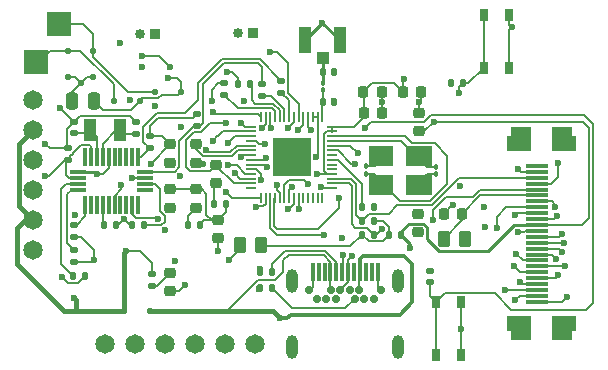
<source format=gbr>
%TF.GenerationSoftware,KiCad,Pcbnew,8.0.8*%
%TF.CreationDate,2025-02-18T00:27:09-08:00*%
%TF.ProjectId,OuterBoard_rev3.1,4f757465-7242-46f6-9172-645f72657633,rev?*%
%TF.SameCoordinates,Original*%
%TF.FileFunction,Copper,L1,Top*%
%TF.FilePolarity,Positive*%
%FSLAX46Y46*%
G04 Gerber Fmt 4.6, Leading zero omitted, Abs format (unit mm)*
G04 Created by KiCad (PCBNEW 8.0.8) date 2025-02-18 00:27:09*
%MOMM*%
%LPD*%
G01*
G04 APERTURE LIST*
G04 Aperture macros list*
%AMRoundRect*
0 Rectangle with rounded corners*
0 $1 Rounding radius*
0 $2 $3 $4 $5 $6 $7 $8 $9 X,Y pos of 4 corners*
0 Add a 4 corners polygon primitive as box body*
4,1,4,$2,$3,$4,$5,$6,$7,$8,$9,$2,$3,0*
0 Add four circle primitives for the rounded corners*
1,1,$1+$1,$2,$3*
1,1,$1+$1,$4,$5*
1,1,$1+$1,$6,$7*
1,1,$1+$1,$8,$9*
0 Add four rect primitives between the rounded corners*
20,1,$1+$1,$2,$3,$4,$5,0*
20,1,$1+$1,$4,$5,$6,$7,0*
20,1,$1+$1,$6,$7,$8,$9,0*
20,1,$1+$1,$8,$9,$2,$3,0*%
%AMFreePoly0*
4,1,17,1.053536,0.803536,1.055000,0.800000,1.055000,-1.150000,1.053536,-1.153536,1.050000,-1.155000,-0.250000,-1.155000,-0.253536,-1.153536,-0.255000,-1.150000,-0.255000,-0.805000,-1.050000,-0.805000,-1.053536,-0.803536,-1.055000,-0.800000,-1.055000,0.800000,-1.053536,0.803536,-1.050000,0.805000,1.050000,0.805000,1.053536,0.803536,1.053536,0.803536,$1*%
%AMFreePoly1*
4,1,17,1.053536,0.803536,1.055000,0.800000,1.055000,-0.800000,1.053536,-0.803536,1.050000,-0.805000,0.255000,-0.805000,0.255000,-1.150000,0.253536,-1.153536,0.250000,-1.155000,-1.050000,-1.155000,-1.053536,-1.153536,-1.055000,-1.150000,-1.055000,0.800000,-1.053536,0.803536,-1.050000,0.805000,1.050000,0.805000,1.053536,0.803536,1.053536,0.803536,$1*%
G04 Aperture macros list end*
%TA.AperFunction,SMDPad,CuDef*%
%ADD10RoundRect,0.225000X-0.225000X-0.250000X0.225000X-0.250000X0.225000X0.250000X-0.225000X0.250000X0*%
%TD*%
%TA.AperFunction,ComponentPad*%
%ADD11C,1.650000*%
%TD*%
%TA.AperFunction,SMDPad,CuDef*%
%ADD12RoundRect,0.100000X0.100000X-0.130000X0.100000X0.130000X-0.100000X0.130000X-0.100000X-0.130000X0*%
%TD*%
%TA.AperFunction,SMDPad,CuDef*%
%ADD13RoundRect,0.140000X-0.170000X0.140000X-0.170000X-0.140000X0.170000X-0.140000X0.170000X0.140000X0*%
%TD*%
%TA.AperFunction,SMDPad,CuDef*%
%ADD14RoundRect,0.225000X0.250000X-0.225000X0.250000X0.225000X-0.250000X0.225000X-0.250000X-0.225000X0*%
%TD*%
%TA.AperFunction,SMDPad,CuDef*%
%ADD15RoundRect,0.140000X0.170000X-0.140000X0.170000X0.140000X-0.170000X0.140000X-0.170000X-0.140000X0*%
%TD*%
%TA.AperFunction,SMDPad,CuDef*%
%ADD16RoundRect,0.225000X-0.250000X0.225000X-0.250000X-0.225000X0.250000X-0.225000X0.250000X0.225000X0*%
%TD*%
%TA.AperFunction,SMDPad,CuDef*%
%ADD17R,1.050000X2.200000*%
%TD*%
%TA.AperFunction,SMDPad,CuDef*%
%ADD18R,1.050000X1.000000*%
%TD*%
%TA.AperFunction,SMDPad,CuDef*%
%ADD19R,0.350000X1.620000*%
%TD*%
%TA.AperFunction,ComponentPad*%
%ADD20C,0.700000*%
%TD*%
%TA.AperFunction,ComponentPad*%
%ADD21O,1.000000X2.000000*%
%TD*%
%TA.AperFunction,SMDPad,CuDef*%
%ADD22RoundRect,0.135000X0.135000X0.185000X-0.135000X0.185000X-0.135000X-0.185000X0.135000X-0.185000X0*%
%TD*%
%TA.AperFunction,SMDPad,CuDef*%
%ADD23RoundRect,0.218750X0.256250X-0.218750X0.256250X0.218750X-0.256250X0.218750X-0.256250X-0.218750X0*%
%TD*%
%TA.AperFunction,SMDPad,CuDef*%
%ADD24RoundRect,0.135000X-0.135000X-0.185000X0.135000X-0.185000X0.135000X0.185000X-0.135000X0.185000X0*%
%TD*%
%TA.AperFunction,SMDPad,CuDef*%
%ADD25R,1.968000X0.312000*%
%TD*%
%TA.AperFunction,SMDPad,CuDef*%
%ADD26R,1.968000X0.300000*%
%TD*%
%TA.AperFunction,SMDPad,CuDef*%
%ADD27FreePoly0,270.000000*%
%TD*%
%TA.AperFunction,SMDPad,CuDef*%
%ADD28FreePoly0,90.000000*%
%TD*%
%TA.AperFunction,SMDPad,CuDef*%
%ADD29FreePoly1,90.000000*%
%TD*%
%TA.AperFunction,SMDPad,CuDef*%
%ADD30FreePoly1,270.000000*%
%TD*%
%TA.AperFunction,SMDPad,CuDef*%
%ADD31RoundRect,0.100000X-0.100000X0.130000X-0.100000X-0.130000X0.100000X-0.130000X0.100000X0.130000X0*%
%TD*%
%TA.AperFunction,SMDPad,CuDef*%
%ADD32RoundRect,0.125000X-0.125000X0.125000X-0.125000X-0.125000X0.125000X-0.125000X0.125000X0.125000X0*%
%TD*%
%TA.AperFunction,SMDPad,CuDef*%
%ADD33RoundRect,0.135000X0.185000X-0.135000X0.185000X0.135000X-0.185000X0.135000X-0.185000X-0.135000X0*%
%TD*%
%TA.AperFunction,SMDPad,CuDef*%
%ADD34RoundRect,0.125000X0.125000X0.125000X-0.125000X0.125000X-0.125000X-0.125000X0.125000X-0.125000X0*%
%TD*%
%TA.AperFunction,SMDPad,CuDef*%
%ADD35RoundRect,0.218750X-0.256250X0.218750X-0.256250X-0.218750X0.256250X-0.218750X0.256250X0.218750X0*%
%TD*%
%TA.AperFunction,SMDPad,CuDef*%
%ADD36RoundRect,0.250000X0.262500X0.450000X-0.262500X0.450000X-0.262500X-0.450000X0.262500X-0.450000X0*%
%TD*%
%TA.AperFunction,SMDPad,CuDef*%
%ADD37RoundRect,0.140000X-0.140000X-0.170000X0.140000X-0.170000X0.140000X0.170000X-0.140000X0.170000X0*%
%TD*%
%TA.AperFunction,ComponentPad*%
%ADD38R,2.000000X2.000000*%
%TD*%
%TA.AperFunction,ComponentPad*%
%ADD39R,0.850000X0.850000*%
%TD*%
%TA.AperFunction,ComponentPad*%
%ADD40C,0.850000*%
%TD*%
%TA.AperFunction,SMDPad,CuDef*%
%ADD41RoundRect,0.140000X0.140000X0.170000X-0.140000X0.170000X-0.140000X-0.170000X0.140000X-0.170000X0*%
%TD*%
%TA.AperFunction,SMDPad,CuDef*%
%ADD42R,0.300000X1.494000*%
%TD*%
%TA.AperFunction,SMDPad,CuDef*%
%ADD43R,1.456000X0.300000*%
%TD*%
%TA.AperFunction,SMDPad,CuDef*%
%ADD44RoundRect,0.135000X-0.185000X0.135000X-0.185000X-0.135000X0.185000X-0.135000X0.185000X0.135000X0*%
%TD*%
%TA.AperFunction,SMDPad,CuDef*%
%ADD45R,2.294000X1.682000*%
%TD*%
%TA.AperFunction,SMDPad,CuDef*%
%ADD46R,2.040000X1.682000*%
%TD*%
%TA.AperFunction,SMDPad,CuDef*%
%ADD47RoundRect,0.125000X-0.125000X-0.125000X0.125000X-0.125000X0.125000X0.125000X-0.125000X0.125000X0*%
%TD*%
%TA.AperFunction,SMDPad,CuDef*%
%ADD48R,1.100000X1.900000*%
%TD*%
%TA.AperFunction,SMDPad,CuDef*%
%ADD49RoundRect,0.250000X0.250000X0.475000X-0.250000X0.475000X-0.250000X-0.475000X0.250000X-0.475000X0*%
%TD*%
%TA.AperFunction,SMDPad,CuDef*%
%ADD50R,0.711200X0.990600*%
%TD*%
%TA.AperFunction,SMDPad,CuDef*%
%ADD51RoundRect,0.225000X0.225000X0.250000X-0.225000X0.250000X-0.225000X-0.250000X0.225000X-0.250000X0*%
%TD*%
%TA.AperFunction,SMDPad,CuDef*%
%ADD52RoundRect,0.050000X-0.050000X0.387500X-0.050000X-0.387500X0.050000X-0.387500X0.050000X0.387500X0*%
%TD*%
%TA.AperFunction,SMDPad,CuDef*%
%ADD53RoundRect,0.050000X-0.387500X0.050000X-0.387500X-0.050000X0.387500X-0.050000X0.387500X0.050000X0*%
%TD*%
%TA.AperFunction,HeatsinkPad*%
%ADD54R,3.200000X3.200000*%
%TD*%
%TA.AperFunction,ViaPad*%
%ADD55C,0.600000*%
%TD*%
%TA.AperFunction,Conductor*%
%ADD56C,0.200000*%
%TD*%
%TA.AperFunction,Conductor*%
%ADD57C,0.254000*%
%TD*%
%TA.AperFunction,Conductor*%
%ADD58C,0.400000*%
%TD*%
%TA.AperFunction,Conductor*%
%ADD59C,0.300000*%
%TD*%
G04 APERTURE END LIST*
D10*
%TO.P,C32,1*%
%TO.N,+3.3V*%
X137464200Y-82677000D03*
%TO.P,C32,2*%
%TO.N,GND*%
X139014200Y-82677000D03*
%TD*%
D11*
%TO.P,J2,1*%
%TO.N,GPIO45*%
X115620800Y-104013000D03*
%TO.P,J2,2*%
%TO.N,GPIO46*%
X118160800Y-104013000D03*
%TO.P,J2,3*%
%TO.N,IO21{slash}USER_LED*%
X120700800Y-104013000D03*
%TO.P,J2,4*%
%TO.N,D10{slash}A10{slash}MOSI*%
X123240800Y-104013000D03*
%TO.P,J2,5*%
%TO.N,D9{slash}A9{slash}MISO*%
X125780800Y-104013000D03*
%TO.P,J2,6*%
%TO.N,D8{slash}A8{slash}SCK*%
X128320800Y-104013000D03*
%TD*%
D12*
%TO.P,C43,1*%
%TO.N,Net-(U9-XTAL_P)*%
X137693400Y-89626400D03*
%TO.P,C43,2*%
%TO.N,GND*%
X137693400Y-88986400D03*
%TD*%
D13*
%TO.P,R13,1*%
%TO.N,+3.3V*%
X143078200Y-97868800D03*
%TO.P,R13,2*%
%TO.N,CHIP_EN*%
X143078200Y-98828800D03*
%TD*%
D14*
%TO.P,C9,1*%
%TO.N,+2V8*%
X142138400Y-86030400D03*
%TO.P,C9,2*%
%TO.N,GND*%
X142138400Y-84480400D03*
%TD*%
D15*
%TO.P,C31,1*%
%TO.N,Net-(U8-XOUT32)*%
X118217000Y-86230400D03*
%TO.P,C31,2*%
%TO.N,GND*%
X118217000Y-85270400D03*
%TD*%
D16*
%TO.P,C40,1*%
%TO.N,+3.3V*%
X123266200Y-87144600D03*
%TO.P,C40,2*%
%TO.N,GND*%
X123266200Y-88694600D03*
%TD*%
D17*
%TO.P,ANT1,GND1*%
%TO.N,GND*%
X132535000Y-78335000D03*
%TO.P,ANT1,GND2*%
X135485000Y-78335000D03*
D18*
%TO.P,ANT1,SIG*%
%TO.N,Net-(ANT1-PadSIG)*%
X134010000Y-79860000D03*
%TD*%
D16*
%TO.P,C39,1*%
%TO.N,+3.3V*%
X121132600Y-87144600D03*
%TO.P,C39,2*%
%TO.N,GND*%
X121132600Y-88694600D03*
%TD*%
D19*
%TO.P,J42,A1,GND*%
%TO.N,GND*%
X133178400Y-97933000D03*
%TO.P,J42,A2,SSTXP1*%
%TO.N,unconnected-(J42-SSTXP1-PadA2)*%
X133678400Y-97933000D03*
%TO.P,J42,A3,SSTXN1*%
%TO.N,unconnected-(J42-SSTXN1-PadA3)*%
X134178400Y-97933000D03*
%TO.P,J42,A4,VBUS*%
%TO.N,+5V*%
X134678400Y-97933000D03*
%TO.P,J42,A5,CC1*%
%TO.N,Net-(J42-CC1)*%
X135178400Y-97933000D03*
%TO.P,J42,A6,DP1*%
%TO.N,USB_DP*%
X135678400Y-97933000D03*
%TO.P,J42,A7,DN1*%
%TO.N,USB_DN*%
X136178400Y-97933000D03*
%TO.P,J42,A8,SBU1*%
%TO.N,unconnected-(J42-SBU1-PadA8)*%
X136678400Y-97933000D03*
%TO.P,J42,A9,VBUS__1*%
%TO.N,+5V*%
X137178400Y-97933000D03*
%TO.P,J42,A10,SSRXN2*%
%TO.N,unconnected-(J42-SSRXN2-PadA10)*%
X137678400Y-97933000D03*
%TO.P,J42,A11,SSRXP2*%
%TO.N,unconnected-(J42-SSRXP2-PadA11)*%
X138178400Y-97933000D03*
%TO.P,J42,A12,GND__1*%
%TO.N,GND*%
X138678400Y-97933000D03*
D20*
%TO.P,J42,B1,GND__2*%
X138978400Y-99503000D03*
%TO.P,J42,B2,SSTXP2*%
%TO.N,unconnected-(J42-SSTXP2-PadB2)*%
X138328400Y-100203000D03*
%TO.P,J42,B3,SSTXN2*%
%TO.N,unconnected-(J42-SSTXN2-PadB3)*%
X137528400Y-100203000D03*
%TO.P,J42,B4,VBUS__2*%
%TO.N,+5V*%
X137128400Y-99503000D03*
%TO.P,J42,B5,CC2*%
%TO.N,Net-(J42-CC2)*%
X136728400Y-100203000D03*
%TO.P,J42,B6,DP2*%
%TO.N,USB_DP*%
X136328400Y-99503000D03*
%TO.P,J42,B7,DN2*%
%TO.N,USB_DN*%
X135528400Y-99503000D03*
%TO.P,J42,B8,SBU2*%
%TO.N,unconnected-(J42-SBU2-PadB8)*%
X135128400Y-100203000D03*
%TO.P,J42,B9,VBUS__3*%
%TO.N,+5V*%
X134728400Y-99503000D03*
%TO.P,J42,B10,SSRXN1*%
%TO.N,unconnected-(J42-SSRXN1-PadB10)*%
X134328400Y-100203000D03*
%TO.P,J42,B11,SSRXP1*%
%TO.N,unconnected-(J42-SSRXP1-PadB11)*%
X133528400Y-100203000D03*
%TO.P,J42,B12,GND__3*%
%TO.N,GND*%
X132878400Y-99503000D03*
D21*
%TO.P,J42,SH1,SHIELD*%
X131428400Y-98703000D03*
%TO.P,J42,SH2,SHIELD__1*%
X140428400Y-98703000D03*
%TO.P,J42,SH3,SHIELD__2*%
X131428400Y-104303000D03*
%TO.P,J42,SH4,SHIELD__3*%
X140428400Y-104303000D03*
%TD*%
D22*
%TO.P,R21,1*%
%TO.N,Net-(J42-CC2)*%
X129743200Y-99314000D03*
%TO.P,R21,2*%
%TO.N,GND*%
X128723200Y-99314000D03*
%TD*%
D23*
%TO.P,D8,1,K*%
%TO.N,GND*%
X121107200Y-99568100D03*
%TO.P,D8,2,A*%
%TO.N,Net-(D8-A)*%
X121107200Y-97993100D03*
%TD*%
D16*
%TO.P,C37,1*%
%TO.N,+3.3V*%
X125145800Y-93560600D03*
%TO.P,C37,2*%
%TO.N,GND*%
X125145800Y-95110600D03*
%TD*%
D24*
%TO.P,R6,1*%
%TO.N,Net-(R6-Pad1)*%
X139670600Y-94818200D03*
%TO.P,R6,2*%
%TO.N,+2V8*%
X140690600Y-94818200D03*
%TD*%
D25*
%TO.P,J10,1,1*%
%TO.N,unconnected-(J10-Pad1)*%
X152171500Y-88972600D03*
D26*
%TO.P,J10,2,2*%
%TO.N,GND*%
X152171500Y-89466600D03*
%TO.P,J10,3,3*%
%TO.N,MTDO{slash}IO40{slash}CAM_SDA*%
X152171500Y-89966600D03*
%TO.P,J10,4,4*%
%TO.N,Net-(FB1-Pad2)*%
X152171500Y-90466600D03*
%TO.P,J10,5,5*%
%TO.N,MTCK{slash}IO39{slash}CAM_SCL*%
X152171500Y-90966600D03*
%TO.P,J10,6,6*%
%TO.N,CAM_RESET*%
X152171500Y-91466600D03*
%TO.P,J10,7,7*%
%TO.N,IO38{slash}DVP_VSYNC*%
X152171500Y-91966600D03*
%TO.P,J10,8,8*%
%TO.N,Net-(J10-Pad8)*%
X152171500Y-92466600D03*
%TO.P,J10,9,9*%
%TO.N,IO47{slash}DVP_HREF*%
X152171500Y-92966600D03*
%TO.P,J10,10,10*%
%TO.N,+1V8*%
X152171500Y-93466600D03*
%TO.P,J10,11,11*%
%TO.N,+2V8*%
X152171500Y-93966600D03*
%TO.P,J10,12,12*%
%TO.N,IO48{slash}DVP_Y9*%
X152171500Y-94466600D03*
%TO.P,J10,13,13*%
%TO.N,IO10{slash}XMCLK*%
X152171500Y-94966600D03*
%TO.P,J10,14,14*%
%TO.N,IO11{slash}DVP_Y8*%
X152171500Y-95466600D03*
%TO.P,J10,15,15*%
%TO.N,GND*%
X152171500Y-95966600D03*
%TO.P,J10,16,16*%
%TO.N,IO12{slash}DVP_Y7*%
X152171500Y-96466600D03*
%TO.P,J10,17,17*%
%TO.N,IO13{slash}DVP_PCLK*%
X152171500Y-96966600D03*
%TO.P,J10,18,18*%
%TO.N,IO14{slash}DVP_Y6*%
X152171500Y-97466600D03*
%TO.P,J10,19,19*%
%TO.N,IO15{slash}DVP_Y2*%
X152171500Y-97966600D03*
%TO.P,J10,20,20*%
%TO.N,IO16{slash}DVP_Y5*%
X152171500Y-98466600D03*
%TO.P,J10,21,21*%
%TO.N,IO17{slash}DVP_Y3*%
X152171500Y-98966600D03*
%TO.P,J10,22,22*%
%TO.N,IO18{slash}DVP_Y4*%
X152171500Y-99466600D03*
%TO.P,J10,23,23*%
%TO.N,GND*%
X152171500Y-99966600D03*
%TO.P,J10,24,24*%
%TO.N,Net-(D7-K)*%
X152171500Y-100466600D03*
D27*
%TO.P,J10,S1*%
%TO.N,N/C*%
X150787500Y-86716600D03*
D28*
X154298500Y-102717600D03*
D29*
%TO.P,J10,S2*%
X154298500Y-86717600D03*
D30*
X150787500Y-102716600D03*
%TD*%
D31*
%TO.P,C45,1*%
%TO.N,Net-(U9-XTAL_N)*%
X143586200Y-89037200D03*
%TO.P,C45,2*%
%TO.N,GND*%
X143586200Y-89677200D03*
%TD*%
D32*
%TO.P,D2,1,K*%
%TO.N,Net-(D2-K)*%
X114554000Y-79222600D03*
%TO.P,D2,2,A*%
%TO.N,GNDPWR*%
X114554000Y-81422600D03*
%TD*%
D33*
%TO.P,R3,1*%
%TO.N,D3{slash}A3*%
X128879600Y-83009200D03*
%TO.P,R3,2*%
%TO.N,BNO_SCL*%
X128879600Y-81989200D03*
%TD*%
D10*
%TO.P,C42,1*%
%TO.N,+3.3V*%
X137502600Y-84505800D03*
%TO.P,C42,2*%
%TO.N,GND*%
X139052600Y-84505800D03*
%TD*%
D34*
%TO.P,D3,1,K*%
%TO.N,VCC*%
X118516400Y-83464400D03*
%TO.P,D3,2,A*%
%TO.N,Net-(D1-K)*%
X116316400Y-83464400D03*
%TD*%
D33*
%TO.P,R20,1*%
%TO.N,D5{slash}I2C_SCL*%
X125704600Y-82983800D03*
%TO.P,R20,2*%
%TO.N,BNO_RST*%
X125704600Y-81963800D03*
%TD*%
D22*
%TO.P,R7,1*%
%TO.N,Net-(R6-Pad1)*%
X138379200Y-93624400D03*
%TO.P,R7,2*%
%TO.N,MTDO{slash}IO40{slash}CAM_SDA*%
X137359200Y-93624400D03*
%TD*%
%TO.P,R26,1*%
%TO.N,Net-(J42-CC1)*%
X129743200Y-97967800D03*
%TO.P,R26,2*%
%TO.N,GND*%
X128723200Y-97967800D03*
%TD*%
D35*
%TO.P,D9,1,K*%
%TO.N,IO21{slash}USER_LED*%
X124993400Y-88849200D03*
%TO.P,D9,2,A*%
%TO.N,Net-(D9-A)*%
X124993400Y-90424200D03*
%TD*%
D15*
%TO.P,C30,1*%
%TO.N,Net-(U8-XIN32)*%
X112933800Y-86207600D03*
%TO.P,C30,2*%
%TO.N,GND*%
X112933800Y-85247600D03*
%TD*%
D36*
%TO.P,R8,1*%
%TO.N,Net-(R6-Pad1)*%
X128832500Y-95680000D03*
%TO.P,R8,2*%
%TO.N,+3.3V*%
X127007500Y-95680000D03*
%TD*%
D37*
%TO.P,C29,1*%
%TO.N,Net-(U8-CAP)*%
X115521800Y-94005400D03*
%TO.P,C29,2*%
%TO.N,GND*%
X116481800Y-94005400D03*
%TD*%
D38*
%TO.P,TP1,1,1*%
%TO.N,Net-(D1-K)*%
X109728000Y-80137000D03*
%TD*%
D39*
%TO.P,J3,1,1*%
%TO.N,+BATT1*%
X119837200Y-77800200D03*
D40*
%TO.P,J3,2,2*%
%TO.N,GNDPWR*%
X118587200Y-77800200D03*
%TD*%
D41*
%TO.P,C41,1*%
%TO.N,+3.3V*%
X123593800Y-93954600D03*
%TO.P,C41,2*%
%TO.N,GND*%
X122633800Y-93954600D03*
%TD*%
D16*
%TO.P,C36,1*%
%TO.N,+3.3V*%
X121132600Y-90954600D03*
%TO.P,C36,2*%
%TO.N,GND*%
X121132600Y-92504600D03*
%TD*%
D22*
%TO.P,R22,1*%
%TO.N,+3.3V*%
X113893600Y-98272600D03*
%TO.P,R22,2*%
%TO.N,Net-(U8-NBOOT_LOAD_PIN)*%
X112873600Y-98272600D03*
%TD*%
D24*
%TO.P,R31,1*%
%TO.N,Net-(U9-U0TXD)*%
X137361200Y-92456000D03*
%TO.P,R31,2*%
%TO.N,TX_D6*%
X138381200Y-92456000D03*
%TD*%
D14*
%TO.P,C18,1*%
%TO.N,+3.3V*%
X142087600Y-94577200D03*
%TO.P,C18,2*%
%TO.N,GND*%
X142087600Y-93027200D03*
%TD*%
D24*
%TO.P,R9,1*%
%TO.N,Net-(R6-Pad1)*%
X137361200Y-94792800D03*
%TO.P,R9,2*%
%TO.N,MTCK{slash}IO39{slash}CAM_SCL*%
X138381200Y-94792800D03*
%TD*%
D36*
%TO.P,R10,1*%
%TO.N,+3.3V*%
X146098900Y-95123000D03*
%TO.P,R10,2*%
%TO.N,CAM_RESET*%
X144273900Y-95123000D03*
%TD*%
D39*
%TO.P,J4,1,1*%
%TO.N,+BATT2*%
X128117600Y-77749400D03*
D40*
%TO.P,J4,2,2*%
%TO.N,GNDPWR*%
X126867600Y-77749400D03*
%TD*%
D37*
%TO.P,R14,1*%
%TO.N,+3.3V*%
X144909600Y-81965800D03*
%TO.P,R14,2*%
%TO.N,GPIO0*%
X145869600Y-81965800D03*
%TD*%
D38*
%TO.P,TP2,1,1*%
%TO.N,Net-(D2-K)*%
X111683800Y-76962000D03*
%TD*%
D22*
%TO.P,R18,1*%
%TO.N,Net-(U8-COM3)*%
X118924800Y-94005400D03*
%TO.P,R18,2*%
%TO.N,GND*%
X117904800Y-94005400D03*
%TD*%
D42*
%TO.P,U8,1*%
%TO.N,N/C*%
X113900200Y-88184200D03*
D43*
%TO.P,U8,2,GND*%
%TO.N,GND*%
X113322200Y-89481200D03*
%TO.P,U8,3,VDD*%
%TO.N,+3.3V*%
X113322200Y-89981200D03*
%TO.P,U8,4,NBOOT_LOAD_PIN*%
%TO.N,Net-(U8-NBOOT_LOAD_PIN)*%
X113322200Y-90481200D03*
%TO.P,U8,5,PS1*%
%TO.N,Net-(U8-PS1)*%
X113322200Y-90981200D03*
D42*
%TO.P,U8,6,PS0*%
%TO.N,Net-(U8-PS0)*%
X113900200Y-92278200D03*
%TO.P,U8,7*%
%TO.N,N/C*%
X114400200Y-92278200D03*
%TO.P,U8,8*%
X114900200Y-92278200D03*
%TO.P,U8,9,CAP*%
%TO.N,Net-(U8-CAP)*%
X115400200Y-92278200D03*
%TO.P,U8,10,PIN10*%
%TO.N,unconnected-(U8-PIN10-Pad10)*%
X115900200Y-92278200D03*
%TO.P,U8,11,NRESET*%
%TO.N,BNO_RST*%
X116400200Y-92278200D03*
%TO.P,U8,12*%
%TO.N,N/C*%
X116900200Y-92278200D03*
%TO.P,U8,13*%
X117400200Y-92278200D03*
%TO.P,U8,14,INT*%
%TO.N,BNO_INT*%
X117900200Y-92278200D03*
%TO.P,U8,15,PIN15*%
%TO.N,unconnected-(U8-PIN15-Pad15)*%
X118400200Y-92278200D03*
D43*
%TO.P,U8,16,PIN16*%
%TO.N,unconnected-(U8-PIN16-Pad16)*%
X118978200Y-90981200D03*
%TO.P,U8,17,COM3*%
%TO.N,Net-(U8-COM3)*%
X118978200Y-90481200D03*
%TO.P,U8,18,COM2*%
%TO.N,GND*%
X118978200Y-89981200D03*
%TO.P,U8,19,COM1*%
%TO.N,BNO_SCL*%
X118978200Y-89481200D03*
D42*
%TO.P,U8,20,COM0*%
%TO.N,BNO_SDA*%
X118400200Y-88184200D03*
%TO.P,U8,21*%
%TO.N,N/C*%
X117900200Y-88184200D03*
%TO.P,U8,22*%
X117400200Y-88184200D03*
%TO.P,U8,23*%
X116900200Y-88184200D03*
%TO.P,U8,24*%
X116400200Y-88184200D03*
%TO.P,U8,25,GNDIO*%
%TO.N,GND*%
X115900200Y-88184200D03*
%TO.P,U8,26,XOUT32*%
%TO.N,Net-(U8-XOUT32)*%
X115400200Y-88184200D03*
%TO.P,U8,27,XIN32*%
%TO.N,Net-(U8-XIN32)*%
X114900200Y-88184200D03*
%TO.P,U8,28,VDDIO*%
%TO.N,+3.3V*%
X114400200Y-88184200D03*
%TD*%
D12*
%TO.P,L1,1,1*%
%TO.N,Net-(U9-LNA_IN)*%
X134010000Y-82580000D03*
%TO.P,L1,2,2*%
%TO.N,Net-(ANT1-PadSIG)*%
X134010000Y-81940000D03*
%TD*%
D24*
%TO.P,R15,1*%
%TO.N,Net-(D9-A)*%
X124837000Y-92202000D03*
%TO.P,R15,2*%
%TO.N,+3.3V*%
X125857000Y-92202000D03*
%TD*%
D44*
%TO.P,R16,1*%
%TO.N,Net-(U8-PS1)*%
X112953800Y-96060800D03*
%TO.P,R16,2*%
%TO.N,GND*%
X112953800Y-97080800D03*
%TD*%
D45*
%TO.P,Y2,1,1*%
%TO.N,Net-(U9-XTAL_N)*%
X142155800Y-88158400D03*
D46*
%TO.P,Y2,2,GND*%
%TO.N,GND*%
X138988800Y-88158400D03*
%TO.P,Y2,3,3*%
%TO.N,Net-(U9-XTAL_P)*%
X138988800Y-90540400D03*
D45*
%TO.P,Y2,4,GND*%
%TO.N,GND*%
X142155800Y-90540400D03*
%TD*%
D22*
%TO.P,R2,1*%
%TO.N,D4{slash}I2C_SDA*%
X127840200Y-81991200D03*
%TO.P,R2,2*%
%TO.N,BNO_INT*%
X126820200Y-81991200D03*
%TD*%
D32*
%TO.P,D1,1,K*%
%TO.N,Net-(D1-K)*%
X112420400Y-79222600D03*
%TO.P,D1,2,A*%
%TO.N,GNDPWR*%
X112420400Y-81422600D03*
%TD*%
D37*
%TO.P,C35,1*%
%TO.N,Net-(U9-LNA_IN)*%
X134015600Y-83515200D03*
%TO.P,C35,2*%
%TO.N,GND*%
X134975600Y-83515200D03*
%TD*%
D33*
%TO.P,R23,1*%
%TO.N,Net-(D8-A)*%
X119583200Y-99114800D03*
%TO.P,R23,2*%
%TO.N,VDC*%
X119583200Y-98094800D03*
%TD*%
D10*
%TO.P,C17,1*%
%TO.N,+3.3V*%
X140779200Y-82677000D03*
%TO.P,C17,2*%
%TO.N,GND*%
X142329200Y-82677000D03*
%TD*%
D33*
%TO.P,R19,1*%
%TO.N,D2{slash}A2*%
X130530600Y-82755200D03*
%TO.P,R19,2*%
%TO.N,BNO_SDA*%
X130530600Y-81735200D03*
%TD*%
D47*
%TO.P,D5,1,K*%
%TO.N,VDC*%
X117162400Y-101244400D03*
%TO.P,D5,2,A*%
%TO.N,+5V*%
X119362400Y-101244400D03*
%TD*%
D44*
%TO.P,R17,1*%
%TO.N,Net-(U8-PS0)*%
X112953800Y-93927200D03*
%TO.P,R17,2*%
%TO.N,GND*%
X112953800Y-94947200D03*
%TD*%
D48*
%TO.P,Y1,1*%
%TO.N,Net-(U8-XOUT32)*%
X116820000Y-85928200D03*
%TO.P,Y1,2*%
%TO.N,Net-(U8-XIN32)*%
X114320000Y-85928200D03*
%TD*%
D49*
%TO.P,C1,1*%
%TO.N,VCC*%
X114691200Y-83464400D03*
%TO.P,C1,2*%
%TO.N,GNDPWR*%
X112791200Y-83464400D03*
%TD*%
D50*
%TO.P,SW3,1,1*%
%TO.N,CHIP_EN*%
X143611600Y-105003600D03*
%TO.P,SW3,2,2*%
X143611600Y-100503598D03*
%TO.P,SW3,3,3*%
%TO.N,GND*%
X145761598Y-105003600D03*
%TO.P,SW3,4,4*%
X145761598Y-100503598D03*
%TD*%
D37*
%TO.P,C33,1*%
%TO.N,Net-(ANT1-PadSIG)*%
X134015600Y-81000000D03*
%TO.P,C33,2*%
%TO.N,GND*%
X134975600Y-81000000D03*
%TD*%
D34*
%TO.P,D4,1,K*%
%TO.N,VCC*%
X121996200Y-82727800D03*
%TO.P,D4,2,A*%
%TO.N,Net-(D2-K)*%
X119796200Y-82727800D03*
%TD*%
D44*
%TO.P,R12,1*%
%TO.N,+3.3V*%
X119380000Y-86459600D03*
%TO.P,R12,2*%
%TO.N,BNO_SDA*%
X119380000Y-87479600D03*
%TD*%
D50*
%TO.P,SW1,1,1*%
%TO.N,GPIO0*%
X147667401Y-80659801D03*
%TO.P,SW1,2,2*%
X147667401Y-76159799D03*
%TO.P,SW1,3,3*%
%TO.N,GND*%
X149817399Y-80659801D03*
%TO.P,SW1,4,4*%
X149817399Y-76159799D03*
%TD*%
D16*
%TO.P,C34,1*%
%TO.N,+3.3V*%
X123266200Y-90954600D03*
%TO.P,C34,2*%
%TO.N,GND*%
X123266200Y-92504600D03*
%TD*%
D44*
%TO.P,R11,1*%
%TO.N,+3.3V*%
X123342400Y-84556600D03*
%TO.P,R11,2*%
%TO.N,BNO_SCL*%
X123342400Y-85576600D03*
%TD*%
D15*
%TO.P,C28,1*%
%TO.N,+3.3V*%
X112420400Y-88440200D03*
%TO.P,C28,2*%
%TO.N,GND*%
X112420400Y-87480200D03*
%TD*%
D51*
%TO.P,C15,1*%
%TO.N,CAM_RESET*%
X145822000Y-93014800D03*
%TO.P,C15,2*%
%TO.N,GND*%
X144272000Y-93014800D03*
%TD*%
D11*
%TO.P,J1,1*%
%TO.N,GNDPWR*%
X109524800Y-96113600D03*
%TO.P,J1,2*%
%TO.N,VDC*%
X109524800Y-93573600D03*
%TO.P,J1,3*%
%TO.N,D1{slash}A1*%
X109524800Y-91033600D03*
%TO.P,J1,4*%
%TO.N,GNDPWR*%
X109524800Y-88493600D03*
%TO.P,J1,5*%
%TO.N,VDC*%
X109524800Y-85953600D03*
%TO.P,J1,6*%
%TO.N,D0{slash}A0*%
X109524800Y-83413600D03*
%TD*%
D52*
%TO.P,U9,1,LNA_IN*%
%TO.N,Net-(U9-LNA_IN)*%
X133987500Y-84811300D03*
%TO.P,U9,2,VDD3P3*%
%TO.N,Net-(C38-Pad1)*%
X133587500Y-84811300D03*
%TO.P,U9,3,VDD3P3*%
X133187500Y-84811300D03*
%TO.P,U9,4,CHIP_PU*%
%TO.N,CHIP_EN*%
X132787500Y-84811300D03*
%TO.P,U9,5,GPIO0*%
%TO.N,GPIO0*%
X132387500Y-84811300D03*
%TO.P,U9,6,GPIO1*%
%TO.N,D0{slash}A0*%
X131987500Y-84811300D03*
%TO.P,U9,7,GPIO2*%
%TO.N,D1{slash}A1*%
X131587500Y-84811300D03*
%TO.P,U9,8,GPIO3*%
%TO.N,D2{slash}A2*%
X131187500Y-84811300D03*
%TO.P,U9,9,GPIO4*%
%TO.N,D3{slash}A3*%
X130787500Y-84811300D03*
%TO.P,U9,10,GPIO5*%
%TO.N,D4{slash}I2C_SDA*%
X130387500Y-84811300D03*
%TO.P,U9,11,GPIO6*%
%TO.N,D5{slash}I2C_SCL*%
X129987500Y-84811300D03*
%TO.P,U9,12,GPIO7*%
%TO.N,D8{slash}A8{slash}SCK*%
X129587500Y-84811300D03*
%TO.P,U9,13,GPIO8*%
%TO.N,D9{slash}A9{slash}MISO*%
X129187500Y-84811300D03*
%TO.P,U9,14,GPIO9*%
%TO.N,D10{slash}A10{slash}MOSI*%
X128787500Y-84811300D03*
D53*
%TO.P,U9,15,GPIO10*%
%TO.N,IO10{slash}XMCLK*%
X127950000Y-85648800D03*
%TO.P,U9,16,GPIO11*%
%TO.N,IO11{slash}DVP_Y8*%
X127950000Y-86048800D03*
%TO.P,U9,17,GPIO12*%
%TO.N,IO12{slash}DVP_Y7*%
X127950000Y-86448800D03*
%TO.P,U9,18,GPIO13*%
%TO.N,IO13{slash}DVP_PCLK*%
X127950000Y-86848800D03*
%TO.P,U9,19,GPIO14*%
%TO.N,IO14{slash}DVP_Y6*%
X127950000Y-87248800D03*
%TO.P,U9,20,VDD3P3_RTC*%
%TO.N,+3.3V*%
X127950000Y-87648800D03*
%TO.P,U9,21,XTAL_32K_P*%
%TO.N,IO15{slash}DVP_Y2*%
X127950000Y-88048800D03*
%TO.P,U9,22,XTAL_32K_N*%
%TO.N,IO16{slash}DVP_Y5*%
X127950000Y-88448800D03*
%TO.P,U9,23,GPIO17*%
%TO.N,IO17{slash}DVP_Y3*%
X127950000Y-88848800D03*
%TO.P,U9,24,GPIO18*%
%TO.N,IO18{slash}DVP_Y4*%
X127950000Y-89248800D03*
%TO.P,U9,25,GPIO19*%
%TO.N,USB_DN*%
X127950000Y-89648800D03*
%TO.P,U9,26,GPIO20*%
%TO.N,USB_DP*%
X127950000Y-90048800D03*
%TO.P,U9,27,GPIO21*%
%TO.N,IO21{slash}USER_LED*%
X127950000Y-90448800D03*
%TO.P,U9,28,SPICS1*%
%TO.N,unconnected-(U9-SPICS1-Pad28)*%
X127950000Y-90848800D03*
D52*
%TO.P,U9,29,VDD_SPI*%
%TO.N,VDD_SPI*%
X128787500Y-91686300D03*
%TO.P,U9,30,SPIHD*%
%TO.N,SPIHD*%
X129187500Y-91686300D03*
%TO.P,U9,31,SPIWP*%
%TO.N,SPIWP*%
X129587500Y-91686300D03*
%TO.P,U9,32,SPICS0*%
%TO.N,SPICS0*%
X129987500Y-91686300D03*
%TO.P,U9,33,SPICLK*%
%TO.N,SPICLK*%
X130387500Y-91686300D03*
%TO.P,U9,34,SPIQ*%
%TO.N,SPIQ*%
X130787500Y-91686300D03*
%TO.P,U9,35,SPID*%
%TO.N,SPID*%
X131187500Y-91686300D03*
%TO.P,U9,36,SPICLK_N*%
%TO.N,IO48{slash}DVP_Y9*%
X131587500Y-91686300D03*
%TO.P,U9,37,SPICLK_P*%
%TO.N,IO47{slash}DVP_HREF*%
X131987500Y-91686300D03*
%TO.P,U9,38,GPIO33*%
%TO.N,GPIO33*%
X132387500Y-91686300D03*
%TO.P,U9,39,GPIO34*%
%TO.N,GPIO34*%
X132787500Y-91686300D03*
%TO.P,U9,40,GPIO35*%
%TO.N,GPIO35*%
X133187500Y-91686300D03*
%TO.P,U9,41,GPIO36*%
%TO.N,GPIO36*%
X133587500Y-91686300D03*
%TO.P,U9,42,GPIO37*%
%TO.N,GPIO37*%
X133987500Y-91686300D03*
D53*
%TO.P,U9,43,GPIO38*%
%TO.N,IO38{slash}DVP_VSYNC*%
X134825000Y-90848800D03*
%TO.P,U9,44,MTCK*%
%TO.N,MTCK{slash}IO39{slash}CAM_SCL*%
X134825000Y-90448800D03*
%TO.P,U9,45,MTDO*%
%TO.N,MTDO{slash}IO40{slash}CAM_SDA*%
X134825000Y-90048800D03*
%TO.P,U9,46,VDD3P3_CPU*%
%TO.N,+3.3V*%
X134825000Y-89648800D03*
%TO.P,U9,47,MTDI*%
%TO.N,MTDI{slash}IO41{slash}PDM_DATA*%
X134825000Y-89248800D03*
%TO.P,U9,48,MTMS*%
%TO.N,MTMS{slash}IO42{slash}PDM_CLK*%
X134825000Y-88848800D03*
%TO.P,U9,49,U0TXD*%
%TO.N,Net-(U9-U0TXD)*%
X134825000Y-88448800D03*
%TO.P,U9,50,U0RXD*%
%TO.N,RX_D7*%
X134825000Y-88048800D03*
%TO.P,U9,51,GPIO45*%
%TO.N,GPIO45*%
X134825000Y-87648800D03*
%TO.P,U9,52,GPIO46*%
%TO.N,GPIO46*%
X134825000Y-87248800D03*
%TO.P,U9,53,XTAL_N*%
%TO.N,Net-(U9-XTAL_N)*%
X134825000Y-86848800D03*
%TO.P,U9,54,XTAL_P*%
%TO.N,Net-(U9-XTAL_P)*%
X134825000Y-86448800D03*
%TO.P,U9,55,VDDA*%
%TO.N,+3.3V*%
X134825000Y-86048800D03*
%TO.P,U9,56,VDDA*%
X134825000Y-85648800D03*
D54*
%TO.P,U9,57,GND*%
%TO.N,GND*%
X131387500Y-88248800D03*
%TD*%
D55*
%TO.N,GND*%
X147726400Y-94157800D03*
X114935000Y-89611200D03*
X121132600Y-92504600D03*
X142111489Y-93007223D03*
X121488200Y-97002600D03*
X145669000Y-90678000D03*
X154263252Y-96239441D03*
X123910000Y-88790000D03*
X120802400Y-88646600D03*
X110540800Y-87096600D03*
X150320000Y-100336400D03*
X145084800Y-92284600D03*
X150571200Y-89230200D03*
X113030000Y-93116400D03*
X128730000Y-97690000D03*
X142028800Y-90476900D03*
X147650200Y-92456000D03*
X117889684Y-89981291D03*
X123266200Y-92532200D03*
X131069477Y-88457575D03*
X111749000Y-84037600D03*
X139238800Y-88206400D03*
X122047000Y-85648800D03*
X128652394Y-99384806D03*
X114681000Y-96926400D03*
X125196600Y-96164400D03*
X122351800Y-99034600D03*
X135661400Y-95097600D03*
X139065000Y-83540600D03*
X134970000Y-83510000D03*
X117201071Y-93477539D03*
X134970000Y-80990000D03*
X134000000Y-76850000D03*
X145770600Y-102743000D03*
X121943122Y-89829707D03*
X142189200Y-83540600D03*
X150012400Y-77241400D03*
%TO.N,VCC*%
X120954800Y-81538800D03*
%TO.N,+2V8*%
X143408400Y-85242400D03*
X141452600Y-95885000D03*
%TO.N,VDC*%
X117396700Y-96139000D03*
X113004600Y-100152200D03*
X121107200Y-80568800D03*
X118688700Y-79618800D03*
%TO.N,Net-(D7-K)*%
X154686000Y-100101400D03*
%TO.N,+3.3V*%
X140944600Y-81584800D03*
X123266200Y-90954600D03*
X126100000Y-96920000D03*
X120802400Y-87096600D03*
X146098900Y-95123000D03*
X111988600Y-98348800D03*
X144909600Y-81965800D03*
X142087600Y-94589600D03*
X119483800Y-88793400D03*
X123153000Y-87031400D03*
X133527800Y-89662000D03*
X110515400Y-89814400D03*
X143078200Y-97866200D03*
%TO.N,+1V8*%
X153847800Y-93192600D03*
X120700800Y-94411800D03*
%TO.N,Net-(C38-Pad1)*%
X133444702Y-88239600D03*
%TO.N,+5V*%
X130429000Y-101879400D03*
%TO.N,IO21{slash}USER_LED*%
X125830000Y-85308799D03*
%TO.N,Net-(FB1-Pad2)*%
X153949400Y-88722200D03*
%TO.N,USB_DP*%
X135712200Y-96520000D03*
X126586400Y-89603665D03*
%TO.N,USB_DN*%
X136525000Y-96570800D03*
X125984000Y-88900000D03*
%TO.N,MTCK{slash}IO39{slash}CAM_SCL*%
X139013899Y-94285101D03*
X143370000Y-93550000D03*
%TO.N,IO38{slash}DVP_VSYNC*%
X133858000Y-90728800D03*
X153725086Y-92450272D03*
%TO.N,Net-(J10-Pad8)*%
X148742400Y-94183200D03*
%TO.N,IO47{slash}DVP_HREF*%
X131987500Y-92597090D03*
X150342600Y-93141800D03*
%TO.N,IO48{slash}DVP_Y9*%
X131054076Y-92574211D03*
X150520400Y-94564200D03*
%TO.N,IO10{slash}XMCLK*%
X127127615Y-85308799D03*
X154300000Y-94700000D03*
%TO.N,IO11{slash}DVP_Y8*%
X124715600Y-86848296D03*
X154440000Y-95490000D03*
%TO.N,IO12{slash}DVP_Y7*%
X153810000Y-96840000D03*
X125984000Y-87020400D03*
%TO.N,IO13{slash}DVP_PCLK*%
X129164567Y-87102167D03*
X150418800Y-96443800D03*
%TO.N,IO14{slash}DVP_Y6*%
X154514600Y-97455000D03*
X124160450Y-87606201D03*
%TO.N,IO15{slash}DVP_Y2*%
X127076200Y-88206000D03*
X150215600Y-97434400D03*
%TO.N,IO16{slash}DVP_Y5*%
X153970000Y-98240000D03*
X129235200Y-88288500D03*
%TO.N,IO17{slash}DVP_Y3*%
X129330301Y-89044545D03*
X150710000Y-98792400D03*
%TO.N,IO18{slash}DVP_Y4*%
X149450000Y-99441000D03*
X128839742Y-90170878D03*
%TO.N,CHIP_EN*%
X133030300Y-85939200D03*
X137591800Y-85725000D03*
%TO.N,BNO_INT*%
X120091200Y-93421200D03*
X125933200Y-81049800D03*
%TO.N,D1{slash}A1*%
X131108400Y-85750400D03*
%TO.N,D0{slash}A0*%
X129592400Y-79324200D03*
%TO.N,GPIO0*%
X131953000Y-85928200D03*
X145592800Y-82753200D03*
%TO.N,BNO_RST*%
X116967000Y-90601800D03*
X124661600Y-83439000D03*
%TO.N,D8{slash}A8{slash}SCK*%
X129641600Y-85750400D03*
%TO.N,D9{slash}A9{slash}MISO*%
X128843704Y-85733896D03*
%TO.N,D10{slash}A10{slash}MOSI*%
X124714000Y-84404200D03*
%TO.N,VDD_SPI*%
X125830000Y-91135200D03*
%TO.N,SPIHD*%
X128357314Y-92410849D03*
%TO.N,SPIWP*%
X134162800Y-94818200D03*
%TO.N,SPICS0*%
X135432900Y-91643200D03*
%TO.N,SPICLK*%
X130149600Y-90576400D03*
%TO.N,SPIQ*%
X132791200Y-90500200D03*
%TO.N,SPID*%
X131445000Y-90754200D03*
%TO.N,GNDPWR*%
X118688700Y-80568800D03*
X117668297Y-83398103D03*
X127345704Y-83494601D03*
X113583130Y-81940400D03*
X119820552Y-83885375D03*
X116890800Y-78536800D03*
%TO.N,GPIO45*%
X136753600Y-88773000D03*
%TO.N,GPIO46*%
X136982200Y-87884000D03*
%TD*%
D56*
%TO.N,GND*%
X145761598Y-105003600D02*
X145761598Y-102752002D01*
X131387500Y-88248800D02*
X131387500Y-88246300D01*
X111749000Y-84037600D02*
X111749000Y-84062800D01*
D57*
X142087600Y-93027200D02*
X142091512Y-93027200D01*
D56*
X149817399Y-77046399D02*
X150012400Y-77241400D01*
X116673210Y-94005400D02*
X116481800Y-94005400D01*
X150807600Y-89466600D02*
X150571200Y-89230200D01*
D57*
X114935000Y-89611200D02*
X114805000Y-89481200D01*
D56*
X150689800Y-99966600D02*
X152171500Y-99966600D01*
X131069477Y-88457575D02*
X131278252Y-88248800D01*
X122633800Y-93164600D02*
X123266200Y-92532200D01*
D57*
X134975600Y-81000000D02*
X134975600Y-80995600D01*
D56*
X123814600Y-88694600D02*
X123910000Y-88790000D01*
X142329200Y-83400600D02*
X142189200Y-83540600D01*
X143586200Y-89677200D02*
X142828500Y-89677200D01*
X139052600Y-84505800D02*
X139052600Y-83553000D01*
X121132600Y-88694600D02*
X120850400Y-88694600D01*
X110540800Y-87096600D02*
X110924400Y-87480200D01*
X145761598Y-102733998D02*
X145770600Y-102743000D01*
X149817399Y-80659801D02*
X149817399Y-77436401D01*
X145084800Y-92284600D02*
X145002200Y-92284600D01*
X113455600Y-84725800D02*
X112933800Y-85247600D01*
X112371400Y-85810000D02*
X112371400Y-87431200D01*
D57*
X135485000Y-78335000D02*
X134000000Y-76850000D01*
X134975600Y-80995600D02*
X134970000Y-80990000D01*
D56*
X121818300Y-99568100D02*
X122351800Y-99034600D01*
X138678400Y-99203000D02*
X138978400Y-99503000D01*
D57*
X142091512Y-93027200D02*
X142111489Y-93007223D01*
D56*
X131387500Y-88246300D02*
X131394200Y-88239600D01*
X139014200Y-83489800D02*
X139065000Y-83540600D01*
D57*
X132535000Y-78335000D02*
X132535000Y-78315000D01*
D56*
X120850400Y-88694600D02*
X120802400Y-88646600D01*
D57*
X134975600Y-83515200D02*
X134975200Y-83515200D01*
D56*
X128652394Y-99384806D02*
X128723200Y-99314000D01*
X110924400Y-87480200D02*
X112420400Y-87480200D01*
X125145800Y-96113600D02*
X125196600Y-96164400D01*
X121107200Y-99568100D02*
X121818300Y-99568100D01*
X149817399Y-76159799D02*
X149817399Y-77046399D01*
X150320000Y-100336400D02*
X150689800Y-99966600D01*
X128723200Y-97967800D02*
X128723200Y-97696800D01*
X153990411Y-95966600D02*
X152171500Y-95966600D01*
X142828500Y-89677200D02*
X142028800Y-90476900D01*
X139014200Y-82677000D02*
X139014200Y-83489800D01*
X117889684Y-89981291D02*
X117889775Y-89981200D01*
X115900200Y-89131200D02*
X115900200Y-88184200D01*
X117672400Y-84725800D02*
X118217000Y-85270400D01*
X152171500Y-89466600D02*
X150807600Y-89466600D01*
X112953800Y-94947200D02*
X113565400Y-94947200D01*
X138678400Y-97933000D02*
X138678400Y-99203000D01*
X111749000Y-84062800D02*
X112933800Y-85247600D01*
X137693400Y-88986400D02*
X138458800Y-88986400D01*
X115420200Y-89611200D02*
X115900200Y-89131200D01*
X112953800Y-97080800D02*
X114526600Y-97080800D01*
X114526600Y-97080800D02*
X114681000Y-96926400D01*
X123266200Y-88694600D02*
X123814600Y-88694600D01*
D57*
X114805000Y-89481200D02*
X113322200Y-89481200D01*
D56*
X117201071Y-93477539D02*
X116673210Y-94005400D01*
X142138400Y-83591400D02*
X142189200Y-83540600D01*
X128723200Y-97696800D02*
X128730000Y-97690000D01*
X114681000Y-96062800D02*
X114681000Y-96926400D01*
X142138400Y-84480400D02*
X142138400Y-83591400D01*
X142329200Y-82677000D02*
X142329200Y-83400600D01*
X131278252Y-88248800D02*
X131387500Y-88248800D01*
X145002200Y-92284600D02*
X144272000Y-93014800D01*
X117672400Y-84725800D02*
X113455600Y-84725800D01*
X117889775Y-89981200D02*
X118978200Y-89981200D01*
X125145800Y-95110600D02*
X125145800Y-96113600D01*
X154263252Y-96239441D02*
X153990411Y-95966600D01*
X133180000Y-97934600D02*
X133180000Y-99201400D01*
X145761598Y-102752002D02*
X145770600Y-102743000D01*
X113565400Y-94947200D02*
X114681000Y-96062800D01*
X122633800Y-93954600D02*
X122633800Y-93164600D01*
X117201071Y-93477539D02*
X117728932Y-94005400D01*
X112371400Y-85810000D02*
X112933800Y-85247600D01*
X133178400Y-97933000D02*
X133180000Y-97934600D01*
X128723200Y-97967800D02*
X128600200Y-97967800D01*
X149817399Y-77436401D02*
X150012400Y-77241400D01*
X123266200Y-92504600D02*
X123266200Y-92532200D01*
X117728932Y-94005400D02*
X117904800Y-94005400D01*
X133180000Y-99201400D02*
X132878400Y-99503000D01*
D57*
X134975200Y-83515200D02*
X134970000Y-83510000D01*
X132535000Y-78315000D02*
X134000000Y-76850000D01*
D56*
X139052600Y-83553000D02*
X139065000Y-83540600D01*
X138458800Y-88986400D02*
X139238800Y-88206400D01*
X112371400Y-87431200D02*
X112420400Y-87480200D01*
X114935000Y-89611200D02*
X115420200Y-89611200D01*
X145761598Y-100503598D02*
X145761598Y-102733998D01*
D57*
%TO.N,Net-(ANT1-PadSIG)*%
X134015600Y-81934400D02*
X134010000Y-81940000D01*
X134010000Y-79860000D02*
X134010000Y-80994400D01*
X134015600Y-81000000D02*
X134015600Y-81934400D01*
X134010000Y-80994400D02*
X134015600Y-81000000D01*
D56*
%TO.N,VCC*%
X120080988Y-83230200D02*
X120380188Y-82931000D01*
X114691200Y-83464400D02*
X115453200Y-84226400D01*
X121996200Y-81866200D02*
X121668800Y-81538800D01*
X118516400Y-83464400D02*
X118750600Y-83230200D01*
X115453200Y-84226400D02*
X117754400Y-84226400D01*
X117754400Y-84226400D02*
X118516400Y-83464400D01*
X118750600Y-83230200D02*
X120080988Y-83230200D01*
X120380188Y-82931000D02*
X121793000Y-82931000D01*
X121793000Y-82931000D02*
X121996200Y-82727800D01*
X121668800Y-81538800D02*
X120954800Y-81538800D01*
X121996200Y-82727800D02*
X121996200Y-81866200D01*
%TO.N,+2V8*%
X156057600Y-85242400D02*
X143408400Y-85242400D01*
X156543400Y-93418000D02*
X156543400Y-85728200D01*
X152171500Y-93966600D02*
X155994800Y-93966600D01*
X142138400Y-86030400D02*
X142620400Y-86030400D01*
X155994800Y-93966600D02*
X156543400Y-93418000D01*
D57*
X141452600Y-95580200D02*
X140690600Y-94818200D01*
X140690600Y-94498201D02*
X141341001Y-93847800D01*
D56*
X156543400Y-85728200D02*
X156057600Y-85242400D01*
D57*
X141341001Y-93847800D02*
X142552764Y-93847800D01*
X140690600Y-94818200D02*
X140690600Y-94498201D01*
X148030093Y-96164400D02*
X150259693Y-93934800D01*
X150259693Y-93934800D02*
X152139700Y-93934800D01*
X142552764Y-93847800D02*
X142842000Y-94137036D01*
D56*
X142620400Y-86030400D02*
X143408400Y-85242400D01*
D57*
X143840200Y-96164400D02*
X148030093Y-96164400D01*
X142842000Y-94137036D02*
X142842000Y-95166200D01*
X142842000Y-95166200D02*
X143840200Y-96164400D01*
X152139700Y-93934800D02*
X152171500Y-93966600D01*
X141452600Y-95885000D02*
X141452600Y-95580200D01*
D56*
%TO.N,VDC*%
X121107200Y-80568800D02*
X120157200Y-79618800D01*
D58*
X113157000Y-101244400D02*
X112115600Y-101244400D01*
X108347400Y-92396200D02*
X108347400Y-87131000D01*
D56*
X119583200Y-97205800D02*
X119583200Y-98094800D01*
D58*
X108788200Y-93573600D02*
X109524800Y-93573600D01*
X112115600Y-101244400D02*
X108127800Y-97256600D01*
X113157000Y-101244400D02*
X113157000Y-100304600D01*
D56*
X117396700Y-96139000D02*
X118516400Y-96139000D01*
D58*
X113157000Y-100304600D02*
X113004600Y-100152200D01*
X108127800Y-94234000D02*
X108788200Y-93573600D01*
D56*
X118516400Y-96139000D02*
X119583200Y-97205800D01*
D58*
X117162400Y-101244400D02*
X117162400Y-96373300D01*
X108347400Y-87131000D02*
X109524800Y-85953600D01*
X117162400Y-96373300D02*
X117396700Y-96139000D01*
X117162400Y-101244400D02*
X113157000Y-101244400D01*
X109524800Y-93573600D02*
X108347400Y-92396200D01*
X108127800Y-97256600D02*
X108127800Y-94234000D01*
D56*
X120157200Y-79618800D02*
X118688700Y-79618800D01*
%TO.N,Net-(D7-K)*%
X154686000Y-100101400D02*
X154320800Y-100466600D01*
X154320800Y-100466600D02*
X152171500Y-100466600D01*
%TO.N,+3.3V*%
X142087600Y-94577200D02*
X142087600Y-94589600D01*
X112749000Y-88012600D02*
X112420400Y-88341200D01*
X126330800Y-88163400D02*
X126845400Y-87648800D01*
X140051800Y-81949600D02*
X140779200Y-82677000D01*
X123901200Y-88163400D02*
X124531832Y-88163400D01*
X112245200Y-88440200D02*
X112420400Y-88440200D01*
X123266200Y-87144600D02*
X123266200Y-87528400D01*
X120447600Y-86459600D02*
X121132600Y-87144600D01*
X127007500Y-95680000D02*
X127007500Y-96012500D01*
X125857000Y-92849400D02*
X125145800Y-93560600D01*
X125857000Y-92202000D02*
X125857000Y-92849400D01*
X113588800Y-87172800D02*
X112982800Y-87778800D01*
X120081568Y-84886800D02*
X119380000Y-85588368D01*
X112318800Y-88541800D02*
X112420400Y-88440200D01*
X119380000Y-85588368D02*
X119380000Y-86459600D01*
X124155200Y-91338400D02*
X123771400Y-90954600D01*
X134811800Y-89662000D02*
X134825000Y-89648800D01*
X140779200Y-81750200D02*
X140944600Y-81584800D01*
X125454968Y-88163400D02*
X126330800Y-88163400D01*
X124624800Y-93560600D02*
X124155200Y-93091000D01*
X119380000Y-86459600D02*
X120447600Y-86459600D01*
X137464200Y-82677000D02*
X138191600Y-81949600D01*
X112982800Y-87778800D02*
X112982800Y-87786618D01*
X112484800Y-98845000D02*
X111988600Y-98348800D01*
X123342400Y-84556600D02*
X123012200Y-84886800D01*
X123012200Y-84886800D02*
X120081568Y-84886800D01*
X134825000Y-86048800D02*
X134825000Y-85648800D01*
X112420400Y-88341200D02*
X112420400Y-88440200D01*
X137502600Y-82715400D02*
X137464200Y-82677000D01*
X124531832Y-88163400D02*
X124535932Y-88159300D01*
X140779200Y-82677000D02*
X140779200Y-81750200D01*
X112564200Y-89981200D02*
X113322200Y-89981200D01*
X134135100Y-89425444D02*
X134135100Y-86272156D01*
X114400200Y-87298400D02*
X114274600Y-87172800D01*
X137502600Y-84823600D02*
X136677400Y-85648800D01*
X136677400Y-85648800D02*
X134825000Y-85648800D01*
X112318800Y-89735800D02*
X112564200Y-89981200D01*
X112318800Y-89735800D02*
X112318800Y-88541800D01*
X124155200Y-93091000D02*
X124155200Y-91338400D01*
X126845400Y-87648800D02*
X127950000Y-87648800D01*
X123974800Y-93573600D02*
X125132800Y-93573600D01*
X133527800Y-89662000D02*
X134811800Y-89662000D01*
X143078200Y-97868800D02*
X143078200Y-97866200D01*
X137502600Y-84505800D02*
X137502600Y-84823600D01*
X134135100Y-86272156D02*
X134358456Y-86048800D01*
X137502600Y-84505800D02*
X137502600Y-82715400D01*
X134831400Y-86055200D02*
X134825000Y-86048800D01*
X119483800Y-88793400D02*
X121132600Y-87144600D01*
X110515400Y-89814400D02*
X110871000Y-89814400D01*
X125132800Y-93573600D02*
X125145800Y-93560600D01*
X125450868Y-88159300D02*
X125454968Y-88163400D01*
X127007500Y-96012500D02*
X126100000Y-96920000D01*
X134825000Y-89648800D02*
X134358456Y-89648800D01*
X125145800Y-93560600D02*
X124624800Y-93560600D01*
X114274600Y-87172800D02*
X113588800Y-87172800D01*
X123593800Y-93954600D02*
X123974800Y-93573600D01*
X124535932Y-88159300D02*
X125450868Y-88159300D01*
X113893600Y-98272600D02*
X113321200Y-98845000D01*
X123771400Y-90954600D02*
X123266200Y-90954600D01*
X112756818Y-88012600D02*
X112749000Y-88012600D01*
X123266200Y-90954600D02*
X121132600Y-90954600D01*
X112982800Y-87786618D02*
X112756818Y-88012600D01*
X134358456Y-86048800D02*
X134825000Y-86048800D01*
X138191600Y-81949600D02*
X140051800Y-81949600D01*
X110871000Y-89814400D02*
X112245200Y-88440200D01*
X123266200Y-87528400D02*
X123901200Y-88163400D01*
X114400200Y-88184200D02*
X114400200Y-87298400D01*
X113321200Y-98845000D02*
X112484800Y-98845000D01*
X134358456Y-89648800D02*
X134135100Y-89425444D01*
%TO.N,CAM_RESET*%
X145822000Y-93574900D02*
X145822000Y-93014800D01*
X147370200Y-91466600D02*
X152171500Y-91466600D01*
X144273900Y-95123000D02*
X145822000Y-93574900D01*
X145822000Y-93014800D02*
X147370200Y-91466600D01*
%TO.N,+1V8*%
X153573800Y-93466600D02*
X153847800Y-93192600D01*
X152171500Y-93466600D02*
X153573800Y-93466600D01*
%TO.N,Net-(U8-CAP)*%
X115400200Y-93883800D02*
X115521800Y-94005400D01*
X115400200Y-92278200D02*
X115400200Y-93883800D01*
%TO.N,Net-(U8-XIN32)*%
X112933800Y-86207600D02*
X114040600Y-86207600D01*
X114900200Y-86508400D02*
X114900200Y-88184200D01*
X114040600Y-86207600D02*
X114320000Y-85928200D01*
X114320000Y-85928200D02*
X114900200Y-86508400D01*
%TO.N,Net-(U8-XOUT32)*%
X117122200Y-86230400D02*
X116820000Y-85928200D01*
X116560600Y-85928200D02*
X115400200Y-87088600D01*
X116820000Y-85928200D02*
X116560600Y-85928200D01*
X115400200Y-87088600D02*
X115400200Y-88184200D01*
X118217000Y-86230400D02*
X117122200Y-86230400D01*
%TO.N,Net-(U9-LNA_IN)*%
X134010400Y-83510000D02*
X134015600Y-83515200D01*
X133987500Y-83543300D02*
X134015600Y-83515200D01*
X134015600Y-83515200D02*
X134015600Y-82585600D01*
X134015600Y-82585600D02*
X134010000Y-82580000D01*
X133987500Y-84811300D02*
X133987500Y-83543300D01*
%TO.N,Net-(C38-Pad1)*%
X133587500Y-84811300D02*
X133587500Y-88096802D01*
X133587500Y-88096802D02*
X133444702Y-88239600D01*
X133587500Y-84811300D02*
X133187500Y-84811300D01*
%TO.N,Net-(U9-XTAL_P)*%
X139115800Y-90476900D02*
X140568900Y-91930000D01*
X144581616Y-88091416D02*
X143555200Y-87065000D01*
X137693400Y-89626400D02*
X138388300Y-89626400D01*
X138388300Y-89626400D02*
X139238800Y-90476900D01*
X143555200Y-87065000D02*
X141573400Y-87065000D01*
X143130000Y-91930000D02*
X144581616Y-90478384D01*
X141573400Y-87065000D02*
X140957200Y-86448800D01*
X140568900Y-91930000D02*
X143130000Y-91930000D01*
X144581616Y-90478384D02*
X144581616Y-88091416D01*
X140957200Y-86448800D02*
X134825000Y-86448800D01*
%TO.N,Net-(U9-XTAL_N)*%
X142859600Y-89037200D02*
X142028800Y-88206400D01*
X143586200Y-89037200D02*
X142859600Y-89037200D01*
X140671200Y-86848800D02*
X142028800Y-88206400D01*
X134825000Y-86848800D02*
X140671200Y-86848800D01*
%TO.N,Net-(D1-K)*%
X113487200Y-79222600D02*
X112420400Y-79222600D01*
X116316400Y-83464400D02*
X116316400Y-82051800D01*
X110896400Y-79222600D02*
X112420400Y-79222600D01*
X109728000Y-80137000D02*
X109982000Y-80137000D01*
X109982000Y-80137000D02*
X110896400Y-79222600D01*
X116316400Y-82051800D02*
X113487200Y-79222600D01*
%TO.N,Net-(D2-K)*%
X114554000Y-79781400D02*
X114554000Y-79222600D01*
X117500400Y-82727800D02*
X114554000Y-79781400D01*
X113715800Y-76962000D02*
X114554000Y-77800200D01*
X111683800Y-76962000D02*
X113715800Y-76962000D01*
X114554000Y-77800200D02*
X114554000Y-79222600D01*
X119796200Y-82727800D02*
X117500400Y-82727800D01*
D59*
%TO.N,+5V*%
X141605000Y-100507800D02*
X140563600Y-101549200D01*
D56*
X134678400Y-97066368D02*
X134100232Y-96488200D01*
D59*
X131013200Y-101879400D02*
X130429000Y-101879400D01*
D58*
X125160000Y-101244400D02*
X129794000Y-101244400D01*
D59*
X137178400Y-96843200D02*
X137450800Y-96570800D01*
D56*
X134100232Y-96488200D02*
X131130000Y-96488200D01*
D59*
X137450800Y-96570800D02*
X140893800Y-96570800D01*
D56*
X125921192Y-101244400D02*
X125160000Y-101244400D01*
D59*
X131343400Y-101549200D02*
X131013200Y-101879400D01*
D56*
X131130000Y-96488200D02*
X130676000Y-96942200D01*
X130676000Y-96942200D02*
X130676000Y-97906608D01*
D59*
X140563600Y-101549200D02*
X131343400Y-101549200D01*
D56*
X134678400Y-97933000D02*
X134678400Y-97066368D01*
X130676000Y-97906608D02*
X129942608Y-98640000D01*
D59*
X137178400Y-97933000D02*
X137178400Y-96843200D01*
D58*
X129794000Y-101244400D02*
X130429000Y-101879400D01*
X119362400Y-101244400D02*
X125160000Y-101244400D01*
D56*
X137128400Y-99503000D02*
X137128400Y-97983000D01*
X128525592Y-98640000D02*
X125921192Y-101244400D01*
D59*
X140893800Y-96570800D02*
X141605000Y-97282000D01*
D56*
X134678400Y-99453000D02*
X134728400Y-99503000D01*
X134678400Y-97933000D02*
X134678400Y-99453000D01*
X129942608Y-98640000D02*
X128525592Y-98640000D01*
X137178400Y-99453000D02*
X137128400Y-99503000D01*
D59*
X141605000Y-97282000D02*
X141605000Y-100507800D01*
D56*
X137128400Y-97983000D02*
X137178400Y-97933000D01*
%TO.N,IO21{slash}USER_LED*%
X122798000Y-89397000D02*
X122453400Y-89052400D01*
X124993400Y-88849200D02*
X124993400Y-88950800D01*
X124993400Y-88849200D02*
X124445600Y-89397000D01*
X124993400Y-88950800D02*
X126491400Y-90448800D01*
X124446608Y-85344000D02*
X125794799Y-85344000D01*
X123691608Y-86099000D02*
X124446608Y-85344000D01*
X122453400Y-89052400D02*
X122453400Y-86784800D01*
X123139200Y-86099000D02*
X123691608Y-86099000D01*
X125794799Y-85344000D02*
X125830000Y-85308799D01*
X124445600Y-89397000D02*
X122798000Y-89397000D01*
X122453400Y-86784800D02*
X123139200Y-86099000D01*
X126491400Y-90448800D02*
X127950000Y-90448800D01*
%TO.N,Net-(D9-A)*%
X124993400Y-90424200D02*
X124841000Y-90576600D01*
X124841000Y-90576600D02*
X124841000Y-92198000D01*
X124841000Y-92198000D02*
X124837000Y-92202000D01*
%TO.N,Net-(FB1-Pad2)*%
X153949400Y-89872700D02*
X153355500Y-90466600D01*
X153355500Y-90466600D02*
X152171500Y-90466600D01*
X153949400Y-88722200D02*
X153949400Y-89872700D01*
%TO.N,USB_DP*%
X127031535Y-90048800D02*
X127950000Y-90048800D01*
X135712200Y-96520000D02*
X135712200Y-97899200D01*
X135712200Y-97899200D02*
X135678400Y-97933000D01*
X126586400Y-89603665D02*
X127031535Y-90048800D01*
%TO.N,USB_DN*%
X126734656Y-88900000D02*
X125984000Y-88900000D01*
X136178400Y-97933000D02*
X136178400Y-98798000D01*
X127483456Y-89648800D02*
X126734656Y-88900000D01*
X127950000Y-89648800D02*
X127483456Y-89648800D01*
X135528400Y-99448000D02*
X135528400Y-99503000D01*
X136178400Y-98798000D02*
X135528400Y-99448000D01*
X136178400Y-96917400D02*
X136525000Y-96570800D01*
X136178400Y-97933000D02*
X136178400Y-96917400D01*
%TO.N,MTDO{slash}IO40{slash}CAM_SDA*%
X140328600Y-92310000D02*
X139610200Y-93028400D01*
X137955200Y-93028400D02*
X137359200Y-93624400D01*
X152171500Y-89966600D02*
X145599188Y-89966600D01*
X139610200Y-93028400D02*
X137955200Y-93028400D01*
X136378400Y-90048800D02*
X134825000Y-90048800D01*
X137359200Y-93624400D02*
X136838800Y-93104000D01*
X136838800Y-93104000D02*
X136838800Y-90509200D01*
X143255788Y-92310000D02*
X140328600Y-92310000D01*
X136838800Y-90509200D02*
X136378400Y-90048800D01*
X145599188Y-89966600D02*
X143255788Y-92310000D01*
%TO.N,MTCK{slash}IO39{slash}CAM_SCL*%
X136788800Y-94220400D02*
X136486400Y-93918000D01*
X146720631Y-91617800D02*
X147371831Y-90966600D01*
X137808800Y-94220400D02*
X136788800Y-94220400D01*
X143370000Y-92710000D02*
X144462200Y-91617800D01*
X138406600Y-94818200D02*
X138381200Y-94792800D01*
X136280032Y-90448800D02*
X134825000Y-90448800D01*
X138506200Y-94792800D02*
X139013899Y-94285101D01*
X136486400Y-90655168D02*
X136280032Y-90448800D01*
X138381200Y-94792800D02*
X138506200Y-94792800D01*
X147371831Y-90966600D02*
X152171500Y-90966600D01*
X144462200Y-91617800D02*
X146720631Y-91617800D01*
X138381200Y-94792800D02*
X137808800Y-94220400D01*
X143370000Y-93550000D02*
X143370000Y-92710000D01*
X136486400Y-93918000D02*
X136486400Y-90655168D01*
%TO.N,IO38{slash}DVP_VSYNC*%
X153725086Y-92257086D02*
X153434600Y-91966600D01*
X133978000Y-90848800D02*
X133858000Y-90728800D01*
X153725086Y-92450272D02*
X153725086Y-92257086D01*
X153434600Y-91966600D02*
X152171500Y-91966600D01*
X134825000Y-90848800D02*
X133978000Y-90848800D01*
%TO.N,Net-(J10-Pad8)*%
X148742400Y-93268800D02*
X149544600Y-92466600D01*
X149544600Y-92466600D02*
X152171500Y-92466600D01*
X148742400Y-94183200D02*
X148742400Y-93268800D01*
%TO.N,IO47{slash}DVP_HREF*%
X150517800Y-92966600D02*
X150342600Y-93141800D01*
X131987500Y-92597090D02*
X131987500Y-91686300D01*
X152171500Y-92966600D02*
X150517800Y-92966600D01*
%TO.N,IO48{slash}DVP_Y9*%
X152167500Y-94462600D02*
X152171500Y-94466600D01*
X131166133Y-92574211D02*
X131054076Y-92574211D01*
X151028400Y-94564200D02*
X151130000Y-94462600D01*
X131587500Y-91686300D02*
X131587500Y-92152844D01*
X151130000Y-94462600D02*
X152167500Y-94462600D01*
X150520400Y-94564200D02*
X151028400Y-94564200D01*
X131587500Y-92152844D02*
X131166133Y-92574211D01*
%TO.N,IO10{slash}XMCLK*%
X154300000Y-94700000D02*
X154033400Y-94966600D01*
X127467616Y-85648800D02*
X127127615Y-85308799D01*
X127950000Y-85648800D02*
X127467616Y-85648800D01*
X154033400Y-94966600D02*
X152171500Y-94966600D01*
%TO.N,IO11{slash}DVP_Y8*%
X125112496Y-86451400D02*
X125185767Y-86451400D01*
X154440000Y-95490000D02*
X154416600Y-95466600D01*
X125185767Y-86451400D02*
X125588367Y-86048800D01*
X154416600Y-95466600D02*
X152171500Y-95466600D01*
X125588367Y-86048800D02*
X127950000Y-86048800D01*
X124715600Y-86848296D02*
X125112496Y-86451400D01*
%TO.N,IO12{slash}DVP_Y7*%
X127950000Y-86448800D02*
X126555600Y-86448800D01*
X126555600Y-86448800D02*
X125984000Y-87020400D01*
X153810000Y-96840000D02*
X153436600Y-96466600D01*
X153436600Y-96466600D02*
X152171500Y-96466600D01*
%TO.N,IO13{slash}DVP_PCLK*%
X150941600Y-96966600D02*
X152171500Y-96966600D01*
X128669911Y-87102167D02*
X128416544Y-86848800D01*
X129164567Y-87102167D02*
X128669911Y-87102167D01*
X128416544Y-86848800D02*
X127950000Y-86848800D01*
X150418800Y-96443800D02*
X150941600Y-96966600D01*
%TO.N,IO14{slash}DVP_Y6*%
X124160450Y-87606201D02*
X124361149Y-87806900D01*
X126747032Y-87248800D02*
X127950000Y-87248800D01*
X126184832Y-87811000D02*
X126747032Y-87248800D01*
X125600937Y-87811000D02*
X126184832Y-87811000D01*
X154514600Y-97455000D02*
X154503000Y-97466600D01*
X154503000Y-97466600D02*
X152171500Y-97466600D01*
X125596837Y-87806900D02*
X125600937Y-87811000D01*
X124361149Y-87806900D02*
X125596837Y-87806900D01*
%TO.N,IO15{slash}DVP_Y2*%
X150215600Y-97434400D02*
X150747800Y-97966600D01*
X150747800Y-97966600D02*
X152171500Y-97966600D01*
X127950000Y-88048800D02*
X127233400Y-88048800D01*
X127233400Y-88048800D02*
X127076200Y-88206000D01*
%TO.N,IO16{slash}DVP_Y5*%
X127950000Y-88448800D02*
X129074900Y-88448800D01*
X153743400Y-98466600D02*
X152171500Y-98466600D01*
X127977334Y-88476134D02*
X127950000Y-88448800D01*
X153970000Y-98240000D02*
X153743400Y-98466600D01*
X129074900Y-88448800D02*
X129235200Y-88288500D01*
%TO.N,IO17{slash}DVP_Y3*%
X150710000Y-98792400D02*
X150884200Y-98966600D01*
X128801031Y-88848800D02*
X129134556Y-88848800D01*
X128801031Y-88848800D02*
X127950000Y-88848800D01*
X150884200Y-98966600D02*
X152171500Y-98966600D01*
X129134556Y-88848800D02*
X129330301Y-89044545D01*
%TO.N,IO18{slash}DVP_Y4*%
X150418800Y-99441000D02*
X150444400Y-99466600D01*
X128839742Y-89671998D02*
X128839742Y-90170878D01*
X150444400Y-99466600D02*
X152171500Y-99466600D01*
X128416544Y-89248800D02*
X128839742Y-89671998D01*
X149450000Y-99441000D02*
X150418800Y-99441000D01*
X127950000Y-89248800D02*
X128416544Y-89248800D01*
%TO.N,CHIP_EN*%
X149987000Y-101142800D02*
X148600098Y-99755898D01*
X156311600Y-101142800D02*
X149987000Y-101142800D01*
X137591800Y-85725000D02*
X138083600Y-85233200D01*
X144359300Y-99755898D02*
X143611600Y-100503598D01*
X156895800Y-100558600D02*
X156311600Y-101142800D01*
X156135400Y-84685200D02*
X156895800Y-85445600D01*
X148600098Y-99755898D02*
X144359300Y-99755898D01*
X142629600Y-85233200D02*
X143177600Y-84685200D01*
X138083600Y-85233200D02*
X142629600Y-85233200D01*
X133030300Y-85939200D02*
X132787500Y-85696400D01*
X143177600Y-84685200D02*
X156135400Y-84685200D01*
X143078200Y-99970198D02*
X143611600Y-100503598D01*
X156895800Y-85445600D02*
X156895800Y-100558600D01*
X143611600Y-105003600D02*
X143611600Y-100503598D01*
X143078200Y-98828800D02*
X143078200Y-99970198D01*
X132787500Y-85696400D02*
X132787500Y-84811300D01*
%TO.N,Net-(R6-Pad1)*%
X137933600Y-95365200D02*
X139123600Y-95365200D01*
X137361200Y-94792800D02*
X137933600Y-95365200D01*
X139141200Y-93624400D02*
X139670600Y-94153800D01*
X138379200Y-93624400D02*
X139141200Y-93624400D01*
X139123600Y-95365200D02*
X139670600Y-94818200D01*
X136370600Y-95783400D02*
X128935900Y-95783400D01*
X137361200Y-94792800D02*
X136370600Y-95783400D01*
X139670600Y-94153800D02*
X139670600Y-94818200D01*
X128935900Y-95783400D02*
X128832500Y-95680000D01*
%TO.N,Net-(U8-PS1)*%
X112777600Y-90981200D02*
X113322200Y-90981200D01*
X112381400Y-95488400D02*
X112381400Y-91377400D01*
X112953800Y-96060800D02*
X112381400Y-95488400D01*
X112381400Y-91377400D02*
X112777600Y-90981200D01*
%TO.N,Net-(U8-PS0)*%
X113900200Y-93225200D02*
X113198200Y-93927200D01*
X113198200Y-93927200D02*
X112953800Y-93927200D01*
X113900200Y-92278200D02*
X113900200Y-93225200D01*
%TO.N,Net-(U8-COM3)*%
X120218200Y-92760200D02*
X120218200Y-90881200D01*
X119818200Y-90481200D02*
X118978200Y-90481200D01*
X118924800Y-94005400D02*
X120319200Y-94005400D01*
X120648400Y-93676200D02*
X120648400Y-93190400D01*
X120648400Y-93190400D02*
X120218200Y-92760200D01*
X120218200Y-90881200D02*
X119818200Y-90481200D01*
X120319200Y-94005400D02*
X120648400Y-93676200D01*
%TO.N,BNO_SCL*%
X121894600Y-86845231D02*
X121894600Y-89088980D01*
X123914800Y-85313000D02*
X123651200Y-85576600D01*
X128879600Y-81989200D02*
X128879600Y-80582568D01*
X125679200Y-80238600D02*
X123914800Y-82003000D01*
X128535632Y-80238600D02*
X125679200Y-80238600D01*
X123651200Y-85576600D02*
X123342400Y-85576600D01*
X121894600Y-89088980D02*
X121502380Y-89481200D01*
X123163231Y-85576600D02*
X121894600Y-86845231D01*
X128879600Y-80582568D02*
X128535632Y-80238600D01*
X123914800Y-82003000D02*
X123914800Y-85313000D01*
X121502380Y-89481200D02*
X118978200Y-89481200D01*
X123342400Y-85576600D02*
X123163231Y-85576600D01*
%TO.N,BNO_SDA*%
X125536431Y-79883000D02*
X128678400Y-79883000D01*
X119380000Y-87479600D02*
X118807600Y-86907200D01*
X123494800Y-81924631D02*
X125536431Y-79883000D01*
X118807600Y-85662399D02*
X119964199Y-84505800D01*
X122402600Y-84505800D02*
X123494800Y-83413600D01*
X128678400Y-79883000D02*
X130530600Y-81735200D01*
X119964199Y-84505800D02*
X122402600Y-84505800D01*
X118675400Y-88184200D02*
X119380000Y-87479600D01*
X123494800Y-83413600D02*
X123494800Y-81924631D01*
X118400200Y-88184200D02*
X118675400Y-88184200D01*
X118807600Y-86907200D02*
X118807600Y-85662399D01*
%TO.N,BNO_INT*%
X126820200Y-81532000D02*
X126820200Y-81991200D01*
X120040400Y-93370400D02*
X118215400Y-93370400D01*
X117900200Y-93055200D02*
X117900200Y-92278200D01*
X120091200Y-93421200D02*
X120040400Y-93370400D01*
X125933200Y-81049800D02*
X126338000Y-81049800D01*
X126338000Y-81049800D02*
X126820200Y-81532000D01*
X118215400Y-93370400D02*
X117900200Y-93055200D01*
%TO.N,D3{slash}A3*%
X130787500Y-84148020D02*
X129648680Y-83009200D01*
X129648680Y-83009200D02*
X128879600Y-83009200D01*
X130787500Y-84811300D02*
X130787500Y-84148020D01*
%TO.N,D2{slash}A2*%
X130530600Y-82755200D02*
X131187500Y-83412100D01*
X131187500Y-83412100D02*
X131187500Y-84811300D01*
%TO.N,D1{slash}A1*%
X131587500Y-85277844D02*
X131587500Y-84811300D01*
X131114944Y-85750400D02*
X131587500Y-85277844D01*
X131108400Y-85750400D02*
X131114944Y-85750400D01*
%TO.N,D0{slash}A0*%
X130149600Y-79324200D02*
X131103000Y-80277600D01*
X129592400Y-79324200D02*
X130149600Y-79324200D01*
X131103000Y-80277600D02*
X131103000Y-82829232D01*
X131987500Y-83713732D02*
X131987500Y-84811300D01*
X131103000Y-82829232D02*
X131987500Y-83713732D01*
%TO.N,Net-(U9-U0TXD)*%
X137361200Y-92456000D02*
X137361200Y-90518456D01*
X137361200Y-90518456D02*
X135291544Y-88448800D01*
X135291544Y-88448800D02*
X134825000Y-88448800D01*
%TO.N,GPIO0*%
X132387500Y-85493700D02*
X131953000Y-85928200D01*
X145592800Y-82753200D02*
X145592800Y-82242600D01*
X145592800Y-82242600D02*
X145869600Y-81965800D01*
X146361402Y-81965800D02*
X147667401Y-80659801D01*
X147667401Y-76159799D02*
X147667401Y-80659801D01*
X132387500Y-84811300D02*
X132387500Y-85493700D01*
X145869600Y-81965800D02*
X146361402Y-81965800D01*
%TO.N,Net-(D8-A)*%
X119985500Y-99114800D02*
X121107200Y-97993100D01*
X119583200Y-99114800D02*
X119985500Y-99114800D01*
%TO.N,BNO_RST*%
X124661600Y-82500800D02*
X125198600Y-81963800D01*
X116400200Y-91501200D02*
X116400200Y-92278200D01*
X124661600Y-83439000D02*
X124661600Y-82500800D01*
X125198600Y-81963800D02*
X125704600Y-81963800D01*
X116967000Y-90601800D02*
X116967000Y-90934400D01*
X116967000Y-90934400D02*
X116400200Y-91501200D01*
%TO.N,D4{slash}I2C_SDA*%
X127840200Y-81991200D02*
X128016000Y-82167000D01*
X128298600Y-83696200D02*
X129837312Y-83696200D01*
X128016000Y-83413600D02*
X128298600Y-83696200D01*
X129837312Y-83696200D02*
X130387500Y-84246388D01*
X128016000Y-82167000D02*
X128016000Y-83413600D01*
X130387500Y-84246388D02*
X130387500Y-84811300D01*
%TO.N,D5{slash}I2C_SCL*%
X129987500Y-84811300D02*
X129987500Y-84344756D01*
X129987500Y-84344756D02*
X129742144Y-84099400D01*
X126820200Y-84099400D02*
X125704600Y-82983800D01*
X129742144Y-84099400D02*
X126820200Y-84099400D01*
%TO.N,D8{slash}A8{slash}SCK*%
X129641600Y-85750400D02*
X129587500Y-85696300D01*
X129587500Y-85696300D02*
X129587500Y-84811300D01*
%TO.N,D9{slash}A9{slash}MISO*%
X129187500Y-84811300D02*
X129187500Y-85390100D01*
X129187500Y-85390100D02*
X128843704Y-85733896D01*
%TO.N,D10{slash}A10{slash}MOSI*%
X124917200Y-84607400D02*
X124714000Y-84404200D01*
X128787500Y-84811300D02*
X128583600Y-84607400D01*
X128583600Y-84607400D02*
X124917200Y-84607400D01*
%TO.N,VDD_SPI*%
X125830000Y-91135200D02*
X126381100Y-91686300D01*
X126381100Y-91686300D02*
X128787500Y-91686300D01*
%TO.N,SPIHD*%
X128388363Y-92379800D02*
X128960544Y-92379800D01*
X128960544Y-92379800D02*
X129187500Y-92152844D01*
X129187500Y-92152844D02*
X129187500Y-91686300D01*
X128357314Y-92410849D02*
X128388363Y-92379800D01*
%TO.N,SPIWP*%
X134162800Y-94818200D02*
X130149600Y-94818200D01*
X130149600Y-94818200D02*
X129587500Y-94256100D01*
X129587500Y-94256100D02*
X129587500Y-91686300D01*
%TO.N,SPICS0*%
X129939900Y-91733900D02*
X129987500Y-91686300D01*
X130181500Y-94275600D02*
X129939900Y-94034000D01*
X129939900Y-94034000D02*
X129939900Y-91733900D01*
X135432900Y-92506700D02*
X133664000Y-94275600D01*
X135432900Y-91643200D02*
X135432900Y-92506700D01*
X133664000Y-94275600D02*
X130181500Y-94275600D01*
%TO.N,SPICLK*%
X130149600Y-90576400D02*
X130149600Y-90981856D01*
X130387500Y-91219756D02*
X130387500Y-91686300D01*
X130149600Y-90981856D02*
X130387500Y-91219756D01*
%TO.N,SPIQ*%
X132791200Y-90500200D02*
X132461000Y-90170000D01*
X132461000Y-90170000D02*
X131191000Y-90170000D01*
X131191000Y-90170000D02*
X130787500Y-90573500D01*
X130787500Y-90573500D02*
X130787500Y-91686300D01*
%TO.N,SPID*%
X131187500Y-91686300D02*
X131187500Y-91011700D01*
X131187500Y-91011700D02*
X131445000Y-90754200D01*
%TO.N,Net-(U8-NBOOT_LOAD_PIN)*%
X112312400Y-90481200D02*
X112969800Y-90481200D01*
X112873600Y-98272600D02*
X111887000Y-97286000D01*
X111887000Y-97286000D02*
X111887000Y-90906600D01*
X111887000Y-90906600D02*
X112312400Y-90481200D01*
%TO.N,GNDPWR*%
X114100930Y-81422600D02*
X114554000Y-81422600D01*
X113065330Y-81422600D02*
X112420400Y-81422600D01*
X113583130Y-81940400D02*
X114100930Y-81422600D01*
X113583130Y-81940400D02*
X113065330Y-81422600D01*
X112791200Y-82732330D02*
X112791200Y-83464400D01*
X113583130Y-81940400D02*
X112791200Y-82732330D01*
%TO.N,Net-(J42-CC1)*%
X129743200Y-97246800D02*
X130854200Y-96135800D01*
X135178400Y-97068000D02*
X135178400Y-97933000D01*
X134246200Y-96135800D02*
X135178400Y-97068000D01*
X129743200Y-97967800D02*
X129743200Y-97246800D01*
X130854200Y-96135800D02*
X134246200Y-96135800D01*
%TO.N,Net-(J42-CC2)*%
X129743200Y-99314000D02*
X131445000Y-101015800D01*
X135915600Y-101015800D02*
X136728400Y-100203000D01*
X131445000Y-101015800D02*
X135915600Y-101015800D01*
%TO.N,GPIO45*%
X136415744Y-88773000D02*
X135291544Y-87648800D01*
X135291544Y-87648800D02*
X134825000Y-87648800D01*
X136753600Y-88773000D02*
X136415744Y-88773000D01*
%TO.N,GPIO46*%
X134825000Y-87248800D02*
X136347000Y-87248800D01*
X136347000Y-87248800D02*
X136982200Y-87884000D01*
%TD*%
M02*

</source>
